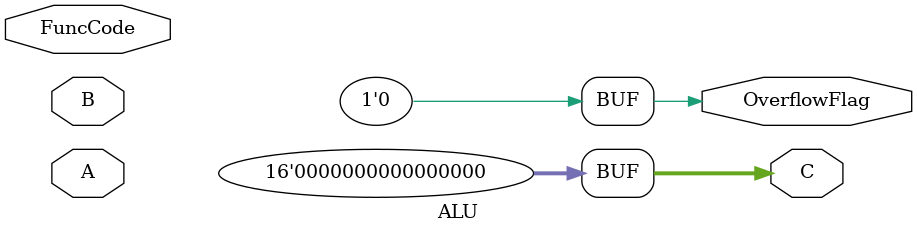
<source format=v>
module ALU #(parameter data_width = 16)
            (input [data_width - 1 : 0] A,
             input [data_width - 1 : 0] B,
             input [3 : 0] FuncCode,
             output reg [data_width - 1: 0] C,
             output reg OverflowFlag);
    // Do not use delay in your implementation.
    
    // You can declare any variables as needed.
    /*
     YOUR VARIABLE DECLARATION...
     */
    
    initial begin
        C            = 0;
        OverflowFlag = 0;
    end
    
    // TODO: You should implement the functionality of ALU!
    // (HINT: Use 'always @(...) begin ... end')
    /*
     YOUR ALU FUNCTIONALITY IMPLEMENTATION...
     */
    
endmodule
</source>
